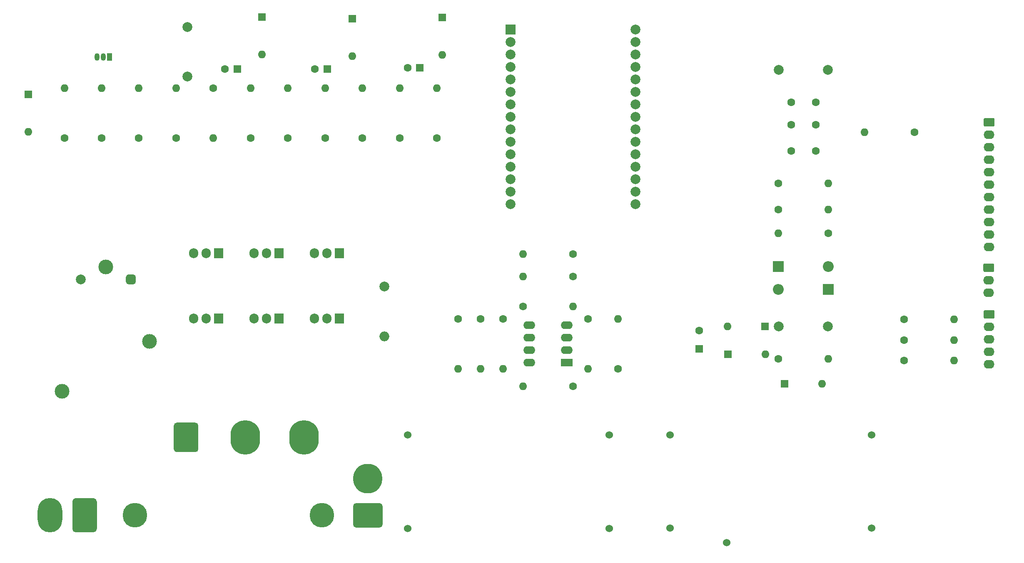
<source format=gbr>
%TF.GenerationSoftware,KiCad,Pcbnew,(5.1.9)-1*%
%TF.CreationDate,2021-04-29T12:36:39-05:00*%
%TF.ProjectId,controller_bldc,636f6e74-726f-46c6-9c65-725f626c6463,rev?*%
%TF.SameCoordinates,Original*%
%TF.FileFunction,Soldermask,Bot*%
%TF.FilePolarity,Negative*%
%FSLAX46Y46*%
G04 Gerber Fmt 4.6, Leading zero omitted, Abs format (unit mm)*
G04 Created by KiCad (PCBNEW (5.1.9)-1) date 2021-04-29 12:36:39*
%MOMM*%
%LPD*%
G01*
G04 APERTURE LIST*
%ADD10C,2.000000*%
%ADD11O,2.000000X2.000000*%
%ADD12O,6.000000X7.000000*%
%ADD13O,5.000000X7.000000*%
%ADD14R,2.000000X2.000000*%
%ADD15O,6.000000X6.000000*%
%ADD16C,5.000000*%
%ADD17C,1.524000*%
%ADD18R,1.905000X2.000000*%
%ADD19O,1.905000X2.000000*%
%ADD20C,1.600000*%
%ADD21R,1.600000X1.600000*%
%ADD22O,1.600000X1.600000*%
%ADD23O,2.190000X1.740000*%
%ADD24R,2.200000X2.200000*%
%ADD25O,2.200000X2.200000*%
%ADD26R,2.400000X1.600000*%
%ADD27O,2.400000X1.600000*%
%ADD28C,3.000000*%
%ADD29O,1.050000X1.500000*%
%ADD30R,1.050000X1.500000*%
G04 APERTURE END LIST*
D10*
%TO.C,R11*%
X77212000Y-66492000D03*
D11*
X77212000Y-76652000D03*
%TD*%
%TO.C,J9*%
G36*
G01*
X34380800Y-99585400D02*
X34380800Y-94775400D01*
G75*
G02*
X34975800Y-94180400I595000J0D01*
G01*
X38785800Y-94180400D01*
G75*
G02*
X39380800Y-94775400I0J-595000D01*
G01*
X39380800Y-99585400D01*
G75*
G02*
X38785800Y-100180400I-595000J0D01*
G01*
X34975800Y-100180400D01*
G75*
G02*
X34380800Y-99585400I0J595000D01*
G01*
G37*
D12*
X48880800Y-97180400D03*
X60880800Y-97180400D03*
%TD*%
D13*
%TO.C,SW1*%
X9245400Y-113025000D03*
G36*
G01*
X18745400Y-110245000D02*
X18745400Y-115805000D01*
G75*
G02*
X18025400Y-116525000I-720000J0D01*
G01*
X14465400Y-116525000D01*
G75*
G02*
X13745400Y-115805000I0J720000D01*
G01*
X13745400Y-110245000D01*
G75*
G02*
X14465400Y-109525000I720000J0D01*
G01*
X18025400Y-109525000D01*
G75*
G02*
X18745400Y-110245000I0J-720000D01*
G01*
G37*
%TD*%
D10*
%TO.C,U1*%
X128291400Y-14166800D03*
X128291400Y-16706800D03*
X128291400Y-19246800D03*
X128291400Y-21786800D03*
X128291400Y-24326800D03*
X128291400Y-26866800D03*
X128291400Y-29406800D03*
X128291400Y-31946800D03*
X128291400Y-34486800D03*
X128291400Y-37026800D03*
X128291400Y-39566800D03*
X128291400Y-44646800D03*
X128291400Y-47186800D03*
X128291400Y-49726800D03*
X102840600Y-49729200D03*
X102840600Y-47189200D03*
X102840600Y-44649200D03*
X102840600Y-42109200D03*
X102840600Y-39569200D03*
X102840600Y-37029200D03*
X102840600Y-34489200D03*
X102840600Y-31949200D03*
X102840600Y-29409200D03*
X102840600Y-26869200D03*
X102840600Y-24329200D03*
X102840600Y-21789200D03*
X102840600Y-19249200D03*
X128291400Y-42106800D03*
X102840600Y-16709200D03*
D14*
X102840600Y-14169200D03*
%TD*%
%TO.C,J1*%
G36*
G01*
X76212800Y-115555000D02*
X71462800Y-115555000D01*
G75*
G02*
X70837800Y-114930000I0J625000D01*
G01*
X70837800Y-111180000D01*
G75*
G02*
X71462800Y-110555000I625000J0D01*
G01*
X76212800Y-110555000D01*
G75*
G02*
X76837800Y-111180000I0J-625000D01*
G01*
X76837800Y-114930000D01*
G75*
G02*
X76212800Y-115555000I-625000J0D01*
G01*
G37*
D15*
X73837800Y-105555000D03*
%TD*%
D16*
%TO.C,F1*%
X26487400Y-113025000D03*
X64487400Y-113025000D03*
%TD*%
D17*
%TO.C,U3*%
X135262000Y-96649000D03*
X135262000Y-115649000D03*
X176262000Y-96649000D03*
X146762000Y-118649000D03*
X176262000Y-115649000D03*
%TD*%
%TO.C,U5*%
X81934000Y-96713000D03*
X81934000Y-115713000D03*
X122934000Y-96713000D03*
X122934000Y-115713000D03*
%TD*%
D18*
%TO.C,Q2*%
X43531100Y-59645400D03*
D19*
X40991100Y-59645400D03*
X38451100Y-59645400D03*
%TD*%
D20*
%TO.C,C4*%
X81926500Y-21919200D03*
D21*
X84426500Y-21919200D03*
%TD*%
D10*
%TO.C,C1*%
X37118100Y-23659600D03*
X37118100Y-13659600D03*
%TD*%
D20*
%TO.C,C2*%
X44803500Y-22173200D03*
D21*
X47303500Y-22173200D03*
%TD*%
%TO.C,C3*%
X65591500Y-22173200D03*
D20*
X63091500Y-22173200D03*
%TD*%
D21*
%TO.C,D1*%
X52320000Y-11628000D03*
D22*
X52320000Y-19248000D03*
%TD*%
%TO.C,D2*%
X70671500Y-19578200D03*
D21*
X70671500Y-11958200D03*
%TD*%
%TO.C,D3*%
X88959500Y-11704200D03*
D22*
X88959500Y-19324200D03*
%TD*%
D23*
%TO.C,J6*%
X200082000Y-67703600D03*
X200082000Y-65163600D03*
G36*
G01*
X199236999Y-61753600D02*
X200927001Y-61753600D01*
G75*
G02*
X201177000Y-62003599I0J-249999D01*
G01*
X201177000Y-63243601D01*
G75*
G02*
X200927001Y-63493600I-249999J0D01*
G01*
X199236999Y-63493600D01*
G75*
G02*
X198987000Y-63243601I0J249999D01*
G01*
X198987000Y-62003599D01*
G75*
G02*
X199236999Y-61753600I249999J0D01*
G01*
G37*
%TD*%
%TO.C,J7*%
G36*
G01*
X199306999Y-71266000D02*
X200997001Y-71266000D01*
G75*
G02*
X201247000Y-71515999I0J-249999D01*
G01*
X201247000Y-72756001D01*
G75*
G02*
X200997001Y-73006000I-249999J0D01*
G01*
X199306999Y-73006000D01*
G75*
G02*
X199057000Y-72756001I0J249999D01*
G01*
X199057000Y-71515999D01*
G75*
G02*
X199306999Y-71266000I249999J0D01*
G01*
G37*
X200152000Y-74676000D03*
X200152000Y-77216000D03*
X200152000Y-79756000D03*
X200152000Y-82296000D03*
%TD*%
D22*
%TO.C,R1*%
X19711200Y-26106000D03*
D20*
X19711200Y-36266000D03*
%TD*%
%TO.C,R2*%
X27286900Y-36266000D03*
D22*
X27286900Y-26106000D03*
%TD*%
D20*
%TO.C,R3*%
X34862600Y-36266000D03*
D22*
X34862600Y-26106000D03*
%TD*%
%TO.C,R4*%
X42438300Y-36266000D03*
D20*
X42438300Y-26106000D03*
%TD*%
%TO.C,R5*%
X72741200Y-36266000D03*
D22*
X72741200Y-26106000D03*
%TD*%
%TO.C,R6*%
X65165500Y-26106000D03*
D20*
X65165500Y-36266000D03*
%TD*%
%TO.C,R7*%
X87892700Y-36266000D03*
D22*
X87892700Y-26106000D03*
%TD*%
%TO.C,R8*%
X80317000Y-26106000D03*
D20*
X80317000Y-36266000D03*
%TD*%
%TO.C,R9*%
X57589800Y-36266000D03*
D22*
X57589800Y-26106000D03*
%TD*%
D20*
%TO.C,R10*%
X50014100Y-36266000D03*
D22*
X50014100Y-26106000D03*
%TD*%
D20*
%TO.C,R12*%
X157306000Y-50800000D03*
D22*
X167466000Y-50800000D03*
%TD*%
D20*
%TO.C,R13*%
X182876000Y-73152000D03*
D22*
X193036000Y-73152000D03*
%TD*%
%TO.C,R14*%
X193036000Y-77343000D03*
D20*
X182876000Y-77343000D03*
%TD*%
%TO.C,R15*%
X182876000Y-81534000D03*
D22*
X193036000Y-81534000D03*
%TD*%
D18*
%TO.C,Q1*%
X43531100Y-73005800D03*
D19*
X40991100Y-73005800D03*
X38451100Y-73005800D03*
%TD*%
%TO.C,Q3*%
X50701800Y-73005800D03*
X53241800Y-73005800D03*
D18*
X55781800Y-73005800D03*
%TD*%
%TO.C,Q4*%
X55781800Y-59645400D03*
D19*
X53241800Y-59645400D03*
X50701800Y-59645400D03*
%TD*%
D18*
%TO.C,Q5*%
X68032500Y-73005800D03*
D19*
X65492500Y-73005800D03*
X62952500Y-73005800D03*
%TD*%
%TO.C,Q6*%
X62952500Y-59645400D03*
X65492500Y-59645400D03*
D18*
X68032500Y-59645400D03*
%TD*%
D20*
%TO.C,C7*%
X159886000Y-38862000D03*
X164886000Y-38862000D03*
%TD*%
%TO.C,C8*%
X164886000Y-33528000D03*
X159886000Y-33528000D03*
%TD*%
%TO.C,C9*%
X164886000Y-28956000D03*
X159886000Y-28956000D03*
%TD*%
D10*
%TO.C,C13*%
X167386000Y-22352000D03*
X157386000Y-22352000D03*
%TD*%
D20*
%TO.C,R16*%
X115566000Y-59888000D03*
D22*
X105406000Y-59888000D03*
%TD*%
D10*
%TO.C,C5*%
X157386000Y-74603200D03*
X167386000Y-74603200D03*
%TD*%
D24*
%TO.C,D4*%
X167466000Y-67056000D03*
D25*
X157306000Y-67056000D03*
%TD*%
%TO.C,D5*%
X167466000Y-62352400D03*
D24*
X157306000Y-62352400D03*
%TD*%
D21*
%TO.C,D6*%
X158576000Y-86304000D03*
D22*
X166196000Y-86304000D03*
%TD*%
%TO.C,D7*%
X154686000Y-80264000D03*
D21*
X147066000Y-80264000D03*
%TD*%
%TO.C,D8*%
X154574000Y-74578600D03*
D22*
X146954000Y-74578600D03*
%TD*%
D21*
%TO.C,C6*%
X141220000Y-79192000D03*
D20*
X141220000Y-75392000D03*
%TD*%
%TO.C,R18*%
X157306000Y-81203600D03*
D22*
X167466000Y-81203600D03*
%TD*%
%TO.C,R19*%
X124710000Y-73096000D03*
D20*
X124710000Y-83256000D03*
%TD*%
%TO.C,R20*%
X115566000Y-86812000D03*
D22*
X105406000Y-86812000D03*
%TD*%
D20*
%TO.C,R21*%
X92198000Y-73096000D03*
D22*
X92198000Y-83256000D03*
%TD*%
%TO.C,R22*%
X96770000Y-83256000D03*
D20*
X96770000Y-73096000D03*
%TD*%
D22*
%TO.C,R23*%
X118614000Y-83256000D03*
D20*
X118614000Y-73096000D03*
%TD*%
%TO.C,R24*%
X101342000Y-73096000D03*
D22*
X101342000Y-83256000D03*
%TD*%
D26*
%TO.C,U2*%
X114311000Y-81976000D03*
D27*
X106691000Y-74356000D03*
X114311000Y-79436000D03*
X106691000Y-76896000D03*
X114311000Y-76896000D03*
X106691000Y-79436000D03*
X114311000Y-74356000D03*
X106691000Y-81976000D03*
%TD*%
D20*
%TO.C,R17*%
X167466000Y-55626000D03*
D22*
X157306000Y-55626000D03*
%TD*%
D21*
%TO.C,D9*%
X4809700Y-27376000D03*
D22*
X4809700Y-34996000D03*
%TD*%
D28*
%TO.C,K1*%
X20560000Y-62468000D03*
D10*
X15460000Y-65008000D03*
D28*
X11660000Y-87808000D03*
X29460000Y-77668000D03*
G36*
G01*
X26160000Y-66008000D02*
X25160000Y-66008000D01*
G75*
G02*
X24660000Y-65508000I0J500000D01*
G01*
X24660000Y-64508000D01*
G75*
G02*
X25160000Y-64008000I500000J0D01*
G01*
X26160000Y-64008000D01*
G75*
G02*
X26660000Y-64508000I0J-500000D01*
G01*
X26660000Y-65508000D01*
G75*
G02*
X26160000Y-66008000I-500000J0D01*
G01*
G37*
%TD*%
D29*
%TO.C,Q7*%
X20062000Y-19756000D03*
X18792000Y-19756000D03*
D30*
X21332000Y-19756000D03*
%TD*%
D20*
%TO.C,R25*%
X12135500Y-36266000D03*
D22*
X12135500Y-26106000D03*
%TD*%
D20*
%TO.C,R26*%
X115566000Y-64460000D03*
D22*
X105406000Y-64460000D03*
%TD*%
%TO.C,R27*%
X115566000Y-70556000D03*
D20*
X105406000Y-70556000D03*
%TD*%
%TO.C,R28*%
X157306000Y-45466000D03*
D22*
X167466000Y-45466000D03*
%TD*%
%TO.C,J2*%
G36*
G01*
X199306999Y-32150000D02*
X200997001Y-32150000D01*
G75*
G02*
X201247000Y-32399999I0J-249999D01*
G01*
X201247000Y-33640001D01*
G75*
G02*
X200997001Y-33890000I-249999J0D01*
G01*
X199306999Y-33890000D01*
G75*
G02*
X199057000Y-33640001I0J249999D01*
G01*
X199057000Y-32399999D01*
G75*
G02*
X199306999Y-32150000I249999J0D01*
G01*
G37*
D23*
X200152000Y-35560000D03*
X200152000Y-38100000D03*
X200152000Y-40640000D03*
X200152000Y-43180000D03*
X200152000Y-45720000D03*
X200152000Y-48260000D03*
X200152000Y-50800000D03*
X200152000Y-53340000D03*
X200152000Y-55880000D03*
X200152000Y-58420000D03*
%TD*%
D20*
%TO.C,R29*%
X185000000Y-35000000D03*
D22*
X174840000Y-35000000D03*
%TD*%
M02*

</source>
